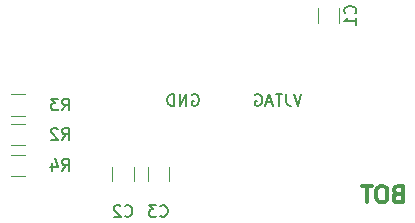
<source format=gbr>
G04 #@! TF.GenerationSoftware,KiCad,Pcbnew,(5.1.4)-1*
G04 #@! TF.CreationDate,2020-05-20T00:47:24+02:00*
G04 #@! TF.ProjectId,project_gtag,70726f6a-6563-4745-9f67-7461672e6b69,V3.1*
G04 #@! TF.SameCoordinates,PX7735940PY44aa200*
G04 #@! TF.FileFunction,Legend,Bot*
G04 #@! TF.FilePolarity,Positive*
%FSLAX46Y46*%
G04 Gerber Fmt 4.6, Leading zero omitted, Abs format (unit mm)*
G04 Created by KiCad (PCBNEW (5.1.4)-1) date 2020-05-20 00:47:24*
%MOMM*%
%LPD*%
G04 APERTURE LIST*
%ADD10C,0.150000*%
%ADD11C,0.350000*%
%ADD12C,0.120000*%
G04 APERTURE END LIST*
D10*
X32523809Y-17452380D02*
X32190476Y-18452380D01*
X31857142Y-17452380D01*
X31238095Y-17452380D02*
X31238095Y-18166666D01*
X31285714Y-18309523D01*
X31380952Y-18404761D01*
X31523809Y-18452380D01*
X31619047Y-18452380D01*
X30904761Y-17452380D02*
X30333333Y-17452380D01*
X30619047Y-18452380D02*
X30619047Y-17452380D01*
X30047619Y-18166666D02*
X29571428Y-18166666D01*
X30142857Y-18452380D02*
X29809523Y-17452380D01*
X29476190Y-18452380D01*
X28619047Y-17500000D02*
X28714285Y-17452380D01*
X28857142Y-17452380D01*
X29000000Y-17500000D01*
X29095238Y-17595238D01*
X29142857Y-17690476D01*
X29190476Y-17880952D01*
X29190476Y-18023809D01*
X29142857Y-18214285D01*
X29095238Y-18309523D01*
X29000000Y-18404761D01*
X28857142Y-18452380D01*
X28761904Y-18452380D01*
X28619047Y-18404761D01*
X28571428Y-18357142D01*
X28571428Y-18023809D01*
X28761904Y-18023809D01*
X23261904Y-17500000D02*
X23357142Y-17452380D01*
X23500000Y-17452380D01*
X23642857Y-17500000D01*
X23738095Y-17595238D01*
X23785714Y-17690476D01*
X23833333Y-17880952D01*
X23833333Y-18023809D01*
X23785714Y-18214285D01*
X23738095Y-18309523D01*
X23642857Y-18404761D01*
X23500000Y-18452380D01*
X23404761Y-18452380D01*
X23261904Y-18404761D01*
X23214285Y-18357142D01*
X23214285Y-18023809D01*
X23404761Y-18023809D01*
X22785714Y-18452380D02*
X22785714Y-17452380D01*
X22214285Y-18452380D01*
X22214285Y-17452380D01*
X21738095Y-18452380D02*
X21738095Y-17452380D01*
X21500000Y-17452380D01*
X21357142Y-17500000D01*
X21261904Y-17595238D01*
X21214285Y-17690476D01*
X21166666Y-17880952D01*
X21166666Y-18023809D01*
X21214285Y-18214285D01*
X21261904Y-18309523D01*
X21357142Y-18404761D01*
X21500000Y-18452380D01*
X21738095Y-18452380D01*
D11*
X40666666Y-25900000D02*
X40466666Y-25966666D01*
X40400000Y-26033333D01*
X40333333Y-26166666D01*
X40333333Y-26366666D01*
X40400000Y-26500000D01*
X40466666Y-26566666D01*
X40600000Y-26633333D01*
X41133333Y-26633333D01*
X41133333Y-25233333D01*
X40666666Y-25233333D01*
X40533333Y-25300000D01*
X40466666Y-25366666D01*
X40400000Y-25500000D01*
X40400000Y-25633333D01*
X40466666Y-25766666D01*
X40533333Y-25833333D01*
X40666666Y-25900000D01*
X41133333Y-25900000D01*
X39466666Y-25233333D02*
X39200000Y-25233333D01*
X39066666Y-25300000D01*
X38933333Y-25433333D01*
X38866666Y-25700000D01*
X38866666Y-26166666D01*
X38933333Y-26433333D01*
X39066666Y-26566666D01*
X39200000Y-26633333D01*
X39466666Y-26633333D01*
X39600000Y-26566666D01*
X39733333Y-26433333D01*
X39800000Y-26166666D01*
X39800000Y-25700000D01*
X39733333Y-25433333D01*
X39600000Y-25300000D01*
X39466666Y-25233333D01*
X38466666Y-25233333D02*
X37666666Y-25233333D01*
X38066666Y-26633333D02*
X38066666Y-25233333D01*
D12*
X35710000Y-10197936D02*
X35710000Y-11402064D01*
X33890000Y-10197936D02*
X33890000Y-11402064D01*
X16490000Y-23597936D02*
X16490000Y-24802064D01*
X18310000Y-23597936D02*
X18310000Y-24802064D01*
X19490000Y-23597936D02*
X19490000Y-24802064D01*
X21310000Y-23597936D02*
X21310000Y-24802064D01*
X7897936Y-21810000D02*
X9102064Y-21810000D01*
X7897936Y-19990000D02*
X9102064Y-19990000D01*
X9102064Y-19310000D02*
X7897936Y-19310000D01*
X9102064Y-17490000D02*
X7897936Y-17490000D01*
X9102064Y-24410000D02*
X7897936Y-24410000D01*
X9102064Y-22590000D02*
X7897936Y-22590000D01*
D10*
X37057142Y-10633333D02*
X37104761Y-10585714D01*
X37152380Y-10442857D01*
X37152380Y-10347619D01*
X37104761Y-10204761D01*
X37009523Y-10109523D01*
X36914285Y-10061904D01*
X36723809Y-10014285D01*
X36580952Y-10014285D01*
X36390476Y-10061904D01*
X36295238Y-10109523D01*
X36200000Y-10204761D01*
X36152380Y-10347619D01*
X36152380Y-10442857D01*
X36200000Y-10585714D01*
X36247619Y-10633333D01*
X37152380Y-11585714D02*
X37152380Y-11014285D01*
X37152380Y-11300000D02*
X36152380Y-11300000D01*
X36295238Y-11204761D01*
X36390476Y-11109523D01*
X36438095Y-11014285D01*
X17566666Y-27757142D02*
X17614285Y-27804761D01*
X17757142Y-27852380D01*
X17852380Y-27852380D01*
X17995238Y-27804761D01*
X18090476Y-27709523D01*
X18138095Y-27614285D01*
X18185714Y-27423809D01*
X18185714Y-27280952D01*
X18138095Y-27090476D01*
X18090476Y-26995238D01*
X17995238Y-26900000D01*
X17852380Y-26852380D01*
X17757142Y-26852380D01*
X17614285Y-26900000D01*
X17566666Y-26947619D01*
X17185714Y-26947619D02*
X17138095Y-26900000D01*
X17042857Y-26852380D01*
X16804761Y-26852380D01*
X16709523Y-26900000D01*
X16661904Y-26947619D01*
X16614285Y-27042857D01*
X16614285Y-27138095D01*
X16661904Y-27280952D01*
X17233333Y-27852380D01*
X16614285Y-27852380D01*
X20566666Y-27757142D02*
X20614285Y-27804761D01*
X20757142Y-27852380D01*
X20852380Y-27852380D01*
X20995238Y-27804761D01*
X21090476Y-27709523D01*
X21138095Y-27614285D01*
X21185714Y-27423809D01*
X21185714Y-27280952D01*
X21138095Y-27090476D01*
X21090476Y-26995238D01*
X20995238Y-26900000D01*
X20852380Y-26852380D01*
X20757142Y-26852380D01*
X20614285Y-26900000D01*
X20566666Y-26947619D01*
X20233333Y-26852380D02*
X19614285Y-26852380D01*
X19947619Y-27233333D01*
X19804761Y-27233333D01*
X19709523Y-27280952D01*
X19661904Y-27328571D01*
X19614285Y-27423809D01*
X19614285Y-27661904D01*
X19661904Y-27757142D01*
X19709523Y-27804761D01*
X19804761Y-27852380D01*
X20090476Y-27852380D01*
X20185714Y-27804761D01*
X20233333Y-27757142D01*
X12266666Y-21352380D02*
X12600000Y-20876190D01*
X12838095Y-21352380D02*
X12838095Y-20352380D01*
X12457142Y-20352380D01*
X12361904Y-20400000D01*
X12314285Y-20447619D01*
X12266666Y-20542857D01*
X12266666Y-20685714D01*
X12314285Y-20780952D01*
X12361904Y-20828571D01*
X12457142Y-20876190D01*
X12838095Y-20876190D01*
X11885714Y-20447619D02*
X11838095Y-20400000D01*
X11742857Y-20352380D01*
X11504761Y-20352380D01*
X11409523Y-20400000D01*
X11361904Y-20447619D01*
X11314285Y-20542857D01*
X11314285Y-20638095D01*
X11361904Y-20780952D01*
X11933333Y-21352380D01*
X11314285Y-21352380D01*
X12266666Y-18852380D02*
X12600000Y-18376190D01*
X12838095Y-18852380D02*
X12838095Y-17852380D01*
X12457142Y-17852380D01*
X12361904Y-17900000D01*
X12314285Y-17947619D01*
X12266666Y-18042857D01*
X12266666Y-18185714D01*
X12314285Y-18280952D01*
X12361904Y-18328571D01*
X12457142Y-18376190D01*
X12838095Y-18376190D01*
X11933333Y-17852380D02*
X11314285Y-17852380D01*
X11647619Y-18233333D01*
X11504761Y-18233333D01*
X11409523Y-18280952D01*
X11361904Y-18328571D01*
X11314285Y-18423809D01*
X11314285Y-18661904D01*
X11361904Y-18757142D01*
X11409523Y-18804761D01*
X11504761Y-18852380D01*
X11790476Y-18852380D01*
X11885714Y-18804761D01*
X11933333Y-18757142D01*
X12266666Y-23952380D02*
X12600000Y-23476190D01*
X12838095Y-23952380D02*
X12838095Y-22952380D01*
X12457142Y-22952380D01*
X12361904Y-23000000D01*
X12314285Y-23047619D01*
X12266666Y-23142857D01*
X12266666Y-23285714D01*
X12314285Y-23380952D01*
X12361904Y-23428571D01*
X12457142Y-23476190D01*
X12838095Y-23476190D01*
X11409523Y-23285714D02*
X11409523Y-23952380D01*
X11647619Y-22904761D02*
X11885714Y-23619047D01*
X11266666Y-23619047D01*
M02*

</source>
